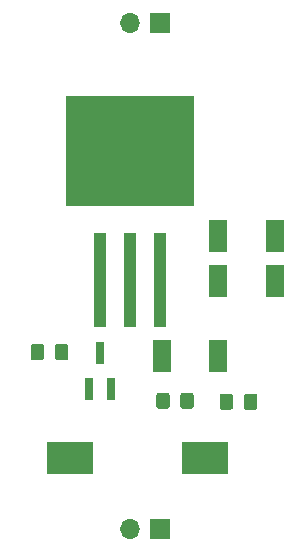
<source format=gbr>
%TF.GenerationSoftware,KiCad,Pcbnew,5.99.0+really5.1.10+dfsg1-1*%
%TF.CreationDate,2021-08-26T21:24:32+10:00*%
%TF.ProjectId,power-clamp,706f7765-722d-4636-9c61-6d702e6b6963,rev?*%
%TF.SameCoordinates,Original*%
%TF.FileFunction,Soldermask,Top*%
%TF.FilePolarity,Negative*%
%FSLAX46Y46*%
G04 Gerber Fmt 4.6, Leading zero omitted, Abs format (unit mm)*
G04 Created by KiCad (PCBNEW 5.99.0+really5.1.10+dfsg1-1) date 2021-08-26 21:24:32*
%MOMM*%
%LPD*%
G01*
G04 APERTURE LIST*
%ADD10R,10.800000X9.400000*%
%ADD11R,1.100000X8.000000*%
%ADD12R,4.000000X2.800000*%
%ADD13R,0.800000X1.900000*%
%ADD14O,1.700000X1.700000*%
%ADD15R,1.700000X1.700000*%
%ADD16R,1.500000X2.700000*%
G04 APERTURE END LIST*
D10*
%TO.C,Q2*%
X70620000Y-52005000D03*
D11*
X73120000Y-62880000D03*
X70620000Y-62880000D03*
X68080000Y-62880000D03*
%TD*%
D12*
%TO.C,D1*%
X77000000Y-78000000D03*
X65500000Y-78000000D03*
%TD*%
%TO.C,R3*%
G36*
G01*
X63350000Y-68549999D02*
X63350000Y-69450001D01*
G75*
G02*
X63100001Y-69700000I-249999J0D01*
G01*
X62449999Y-69700000D01*
G75*
G02*
X62200000Y-69450001I0J249999D01*
G01*
X62200000Y-68549999D01*
G75*
G02*
X62449999Y-68300000I249999J0D01*
G01*
X63100001Y-68300000D01*
G75*
G02*
X63350000Y-68549999I0J-249999D01*
G01*
G37*
G36*
G01*
X65400000Y-68549999D02*
X65400000Y-69450001D01*
G75*
G02*
X65150001Y-69700000I-249999J0D01*
G01*
X64499999Y-69700000D01*
G75*
G02*
X64250000Y-69450001I0J249999D01*
G01*
X64250000Y-68549999D01*
G75*
G02*
X64499999Y-68300000I249999J0D01*
G01*
X65150001Y-68300000D01*
G75*
G02*
X65400000Y-68549999I0J-249999D01*
G01*
G37*
%TD*%
%TO.C,R2*%
G36*
G01*
X74880000Y-73570001D02*
X74880000Y-72669999D01*
G75*
G02*
X75129999Y-72420000I249999J0D01*
G01*
X75780001Y-72420000D01*
G75*
G02*
X76030000Y-72669999I0J-249999D01*
G01*
X76030000Y-73570001D01*
G75*
G02*
X75780001Y-73820000I-249999J0D01*
G01*
X75129999Y-73820000D01*
G75*
G02*
X74880000Y-73570001I0J249999D01*
G01*
G37*
G36*
G01*
X72830000Y-73570001D02*
X72830000Y-72669999D01*
G75*
G02*
X73079999Y-72420000I249999J0D01*
G01*
X73730001Y-72420000D01*
G75*
G02*
X73980000Y-72669999I0J-249999D01*
G01*
X73980000Y-73570001D01*
G75*
G02*
X73730001Y-73820000I-249999J0D01*
G01*
X73079999Y-73820000D01*
G75*
G02*
X72830000Y-73570001I0J249999D01*
G01*
G37*
%TD*%
%TO.C,R1*%
G36*
G01*
X79350000Y-72749999D02*
X79350000Y-73650001D01*
G75*
G02*
X79100001Y-73900000I-249999J0D01*
G01*
X78449999Y-73900000D01*
G75*
G02*
X78200000Y-73650001I0J249999D01*
G01*
X78200000Y-72749999D01*
G75*
G02*
X78449999Y-72500000I249999J0D01*
G01*
X79100001Y-72500000D01*
G75*
G02*
X79350000Y-72749999I0J-249999D01*
G01*
G37*
G36*
G01*
X81400000Y-72749999D02*
X81400000Y-73650001D01*
G75*
G02*
X81150001Y-73900000I-249999J0D01*
G01*
X80499999Y-73900000D01*
G75*
G02*
X80250000Y-73650001I0J249999D01*
G01*
X80250000Y-72749999D01*
G75*
G02*
X80499999Y-72500000I249999J0D01*
G01*
X81150001Y-72500000D01*
G75*
G02*
X81400000Y-72749999I0J-249999D01*
G01*
G37*
%TD*%
D13*
%TO.C,Q1*%
X68080000Y-69080000D03*
X69030000Y-72080000D03*
X67130000Y-72080000D03*
%TD*%
D14*
%TO.C,J2*%
X70620000Y-83955000D03*
D15*
X73160000Y-83955000D03*
%TD*%
D14*
%TO.C,J1*%
X70620000Y-41156000D03*
D15*
X73160000Y-41156000D03*
%TD*%
D16*
%TO.C,D4*%
X78100000Y-69310000D03*
X73300000Y-69310000D03*
%TD*%
%TO.C,D3*%
X82900000Y-63000000D03*
X78100000Y-63000000D03*
%TD*%
%TO.C,D2*%
X78100000Y-59190000D03*
X82900000Y-59190000D03*
%TD*%
M02*

</source>
